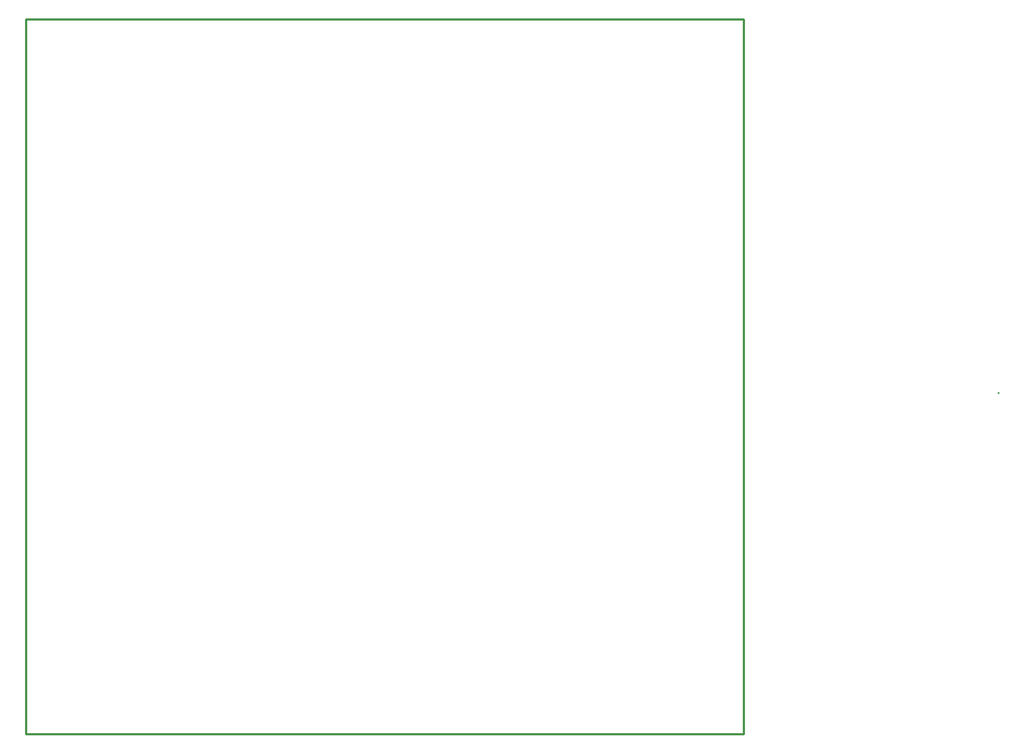
<source format=gm1>
G04*
G04 #@! TF.GenerationSoftware,Altium Limited,Altium Designer,23.1.1 (15)*
G04*
G04 Layer_Color=16711935*
%FSLAX44Y44*%
%MOMM*%
G71*
G04*
G04 #@! TF.SameCoordinates,9C76BA79-DA27-457B-B569-9ED225C8ECFE*
G04*
G04*
G04 #@! TF.FilePolarity,Positive*
G04*
G01*
G75*
%ADD22C,0.2540*%
D22*
X0Y-13716D02*
X825754D01*
X-0Y809244D02*
X0Y-13716D01*
X825754Y809244D02*
X825754Y-13716D01*
X-0Y809244D02*
X825754D01*
X1118846Y378824D02*
X1119046Y379024D01*
M02*

</source>
